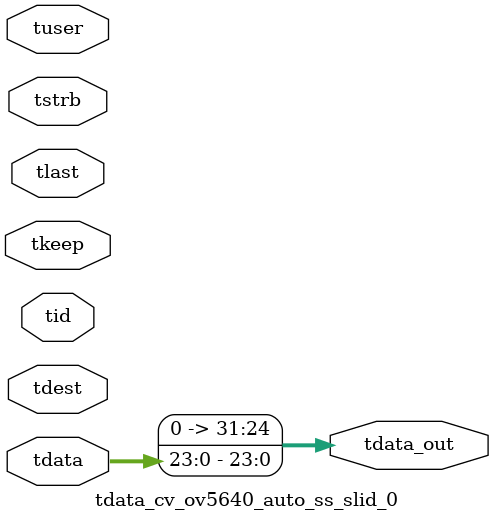
<source format=v>


`timescale 1ps/1ps

module tdata_cv_ov5640_auto_ss_slid_0 #
(
parameter C_S_AXIS_TDATA_WIDTH = 32,
parameter C_S_AXIS_TUSER_WIDTH = 0,
parameter C_S_AXIS_TID_WIDTH   = 0,
parameter C_S_AXIS_TDEST_WIDTH = 0,
parameter C_M_AXIS_TDATA_WIDTH = 32
)
(
input  [(C_S_AXIS_TDATA_WIDTH == 0 ? 1 : C_S_AXIS_TDATA_WIDTH)-1:0     ] tdata,
input  [(C_S_AXIS_TUSER_WIDTH == 0 ? 1 : C_S_AXIS_TUSER_WIDTH)-1:0     ] tuser,
input  [(C_S_AXIS_TID_WIDTH   == 0 ? 1 : C_S_AXIS_TID_WIDTH)-1:0       ] tid,
input  [(C_S_AXIS_TDEST_WIDTH == 0 ? 1 : C_S_AXIS_TDEST_WIDTH)-1:0     ] tdest,
input  [(C_S_AXIS_TDATA_WIDTH/8)-1:0 ] tkeep,
input  [(C_S_AXIS_TDATA_WIDTH/8)-1:0 ] tstrb,
input                                                                    tlast,
output [C_M_AXIS_TDATA_WIDTH-1:0] tdata_out
);

assign tdata_out = {tdata[23:0]};

endmodule


</source>
